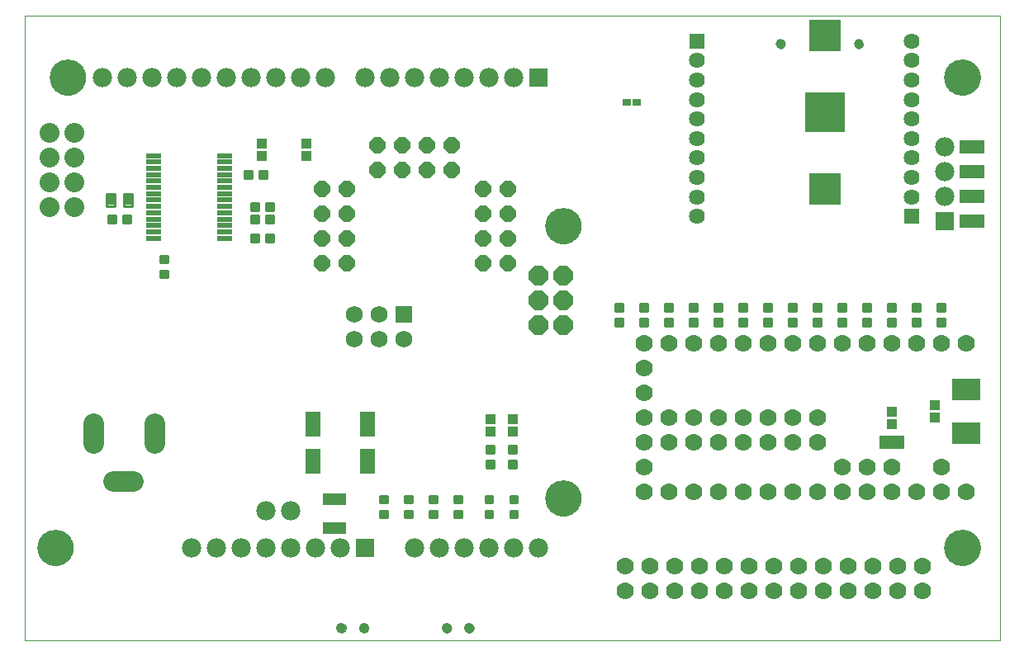
<source format=gbs>
G75*
G70*
%OFA0B0*%
%FSLAX24Y24*%
%IPPOS*%
%LPD*%
%AMOC8*
5,1,8,0,0,1.08239X$1,22.5*
%
%ADD10C,0.0000*%
%ADD11C,0.1457*%
%ADD12C,0.0780*%
%ADD13R,0.0780X0.0780*%
%ADD14OC8,0.0780*%
%ADD15C,0.0098*%
%ADD16R,0.1600X0.1600*%
%ADD17R,0.1290X0.1290*%
%ADD18R,0.0440X0.0390*%
%ADD19C,0.0700*%
%ADD20R,0.1040X0.0540*%
%ADD21OC8,0.0640*%
%ADD22R,0.0360X0.0280*%
%ADD23C,0.0800*%
%ADD24C,0.0840*%
%ADD25R,0.0640X0.0640*%
%ADD26C,0.0640*%
%ADD27C,0.0390*%
%ADD28R,0.1120X0.0890*%
%ADD29C,0.0414*%
%ADD30R,0.0640X0.1040*%
%ADD31R,0.0940X0.0490*%
%ADD32R,0.0631X0.0197*%
%ADD33R,0.0690X0.0690*%
%ADD34C,0.0690*%
%ADD35C,0.0110*%
D10*
X005510Y005143D02*
X005510Y030393D01*
X005510Y030389D02*
X044880Y030389D01*
X044880Y005143D01*
X005510Y005143D01*
X006051Y008893D02*
X006053Y008946D01*
X006059Y008999D01*
X006069Y009051D01*
X006082Y009102D01*
X006100Y009152D01*
X006121Y009201D01*
X006146Y009248D01*
X006174Y009292D01*
X006206Y009335D01*
X006240Y009375D01*
X006278Y009413D01*
X006318Y009447D01*
X006361Y009479D01*
X006406Y009507D01*
X006452Y009532D01*
X006501Y009553D01*
X006551Y009571D01*
X006602Y009584D01*
X006654Y009594D01*
X006707Y009600D01*
X006760Y009602D01*
X006813Y009600D01*
X006866Y009594D01*
X006918Y009584D01*
X006969Y009571D01*
X007019Y009553D01*
X007068Y009532D01*
X007115Y009507D01*
X007159Y009479D01*
X007202Y009447D01*
X007242Y009413D01*
X007280Y009375D01*
X007314Y009335D01*
X007346Y009292D01*
X007374Y009247D01*
X007399Y009201D01*
X007420Y009152D01*
X007438Y009102D01*
X007451Y009051D01*
X007461Y008999D01*
X007467Y008946D01*
X007469Y008893D01*
X007467Y008840D01*
X007461Y008787D01*
X007451Y008735D01*
X007438Y008684D01*
X007420Y008634D01*
X007399Y008585D01*
X007374Y008538D01*
X007346Y008494D01*
X007314Y008451D01*
X007280Y008411D01*
X007242Y008373D01*
X007202Y008339D01*
X007159Y008307D01*
X007114Y008279D01*
X007068Y008254D01*
X007019Y008233D01*
X006969Y008215D01*
X006918Y008202D01*
X006866Y008192D01*
X006813Y008186D01*
X006760Y008184D01*
X006707Y008186D01*
X006654Y008192D01*
X006602Y008202D01*
X006551Y008215D01*
X006501Y008233D01*
X006452Y008254D01*
X006405Y008279D01*
X006361Y008307D01*
X006318Y008339D01*
X006278Y008373D01*
X006240Y008411D01*
X006206Y008451D01*
X006174Y008494D01*
X006146Y008539D01*
X006121Y008585D01*
X006100Y008634D01*
X006082Y008684D01*
X006069Y008735D01*
X006059Y008787D01*
X006053Y008840D01*
X006051Y008893D01*
X018120Y005643D02*
X018122Y005670D01*
X018128Y005696D01*
X018137Y005721D01*
X018150Y005744D01*
X018166Y005765D01*
X018185Y005784D01*
X018206Y005800D01*
X018229Y005813D01*
X018254Y005822D01*
X018280Y005828D01*
X018307Y005830D01*
X018334Y005828D01*
X018360Y005822D01*
X018385Y005813D01*
X018408Y005800D01*
X018429Y005784D01*
X018448Y005765D01*
X018464Y005744D01*
X018477Y005721D01*
X018486Y005696D01*
X018492Y005670D01*
X018494Y005643D01*
X018492Y005616D01*
X018486Y005590D01*
X018477Y005565D01*
X018464Y005542D01*
X018448Y005521D01*
X018429Y005502D01*
X018408Y005486D01*
X018385Y005473D01*
X018360Y005464D01*
X018334Y005458D01*
X018307Y005456D01*
X018280Y005458D01*
X018254Y005464D01*
X018229Y005473D01*
X018206Y005486D01*
X018185Y005502D01*
X018166Y005521D01*
X018150Y005542D01*
X018137Y005565D01*
X018128Y005590D01*
X018122Y005616D01*
X018120Y005643D01*
X019025Y005643D02*
X019027Y005670D01*
X019033Y005696D01*
X019042Y005721D01*
X019055Y005744D01*
X019071Y005765D01*
X019090Y005784D01*
X019111Y005800D01*
X019134Y005813D01*
X019159Y005822D01*
X019185Y005828D01*
X019212Y005830D01*
X019239Y005828D01*
X019265Y005822D01*
X019290Y005813D01*
X019313Y005800D01*
X019334Y005784D01*
X019353Y005765D01*
X019369Y005744D01*
X019382Y005721D01*
X019391Y005696D01*
X019397Y005670D01*
X019399Y005643D01*
X019397Y005616D01*
X019391Y005590D01*
X019382Y005565D01*
X019369Y005542D01*
X019353Y005521D01*
X019334Y005502D01*
X019313Y005486D01*
X019290Y005473D01*
X019265Y005464D01*
X019239Y005458D01*
X019212Y005456D01*
X019185Y005458D01*
X019159Y005464D01*
X019134Y005473D01*
X019111Y005486D01*
X019090Y005502D01*
X019071Y005521D01*
X019055Y005542D01*
X019042Y005565D01*
X019033Y005590D01*
X019027Y005616D01*
X019025Y005643D01*
X022370Y005643D02*
X022372Y005670D01*
X022378Y005696D01*
X022387Y005721D01*
X022400Y005744D01*
X022416Y005765D01*
X022435Y005784D01*
X022456Y005800D01*
X022479Y005813D01*
X022504Y005822D01*
X022530Y005828D01*
X022557Y005830D01*
X022584Y005828D01*
X022610Y005822D01*
X022635Y005813D01*
X022658Y005800D01*
X022679Y005784D01*
X022698Y005765D01*
X022714Y005744D01*
X022727Y005721D01*
X022736Y005696D01*
X022742Y005670D01*
X022744Y005643D01*
X022742Y005616D01*
X022736Y005590D01*
X022727Y005565D01*
X022714Y005542D01*
X022698Y005521D01*
X022679Y005502D01*
X022658Y005486D01*
X022635Y005473D01*
X022610Y005464D01*
X022584Y005458D01*
X022557Y005456D01*
X022530Y005458D01*
X022504Y005464D01*
X022479Y005473D01*
X022456Y005486D01*
X022435Y005502D01*
X022416Y005521D01*
X022400Y005542D01*
X022387Y005565D01*
X022378Y005590D01*
X022372Y005616D01*
X022370Y005643D01*
X023275Y005643D02*
X023277Y005670D01*
X023283Y005696D01*
X023292Y005721D01*
X023305Y005744D01*
X023321Y005765D01*
X023340Y005784D01*
X023361Y005800D01*
X023384Y005813D01*
X023409Y005822D01*
X023435Y005828D01*
X023462Y005830D01*
X023489Y005828D01*
X023515Y005822D01*
X023540Y005813D01*
X023563Y005800D01*
X023584Y005784D01*
X023603Y005765D01*
X023619Y005744D01*
X023632Y005721D01*
X023641Y005696D01*
X023647Y005670D01*
X023649Y005643D01*
X023647Y005616D01*
X023641Y005590D01*
X023632Y005565D01*
X023619Y005542D01*
X023603Y005521D01*
X023584Y005502D01*
X023563Y005486D01*
X023540Y005473D01*
X023515Y005464D01*
X023489Y005458D01*
X023462Y005456D01*
X023435Y005458D01*
X023409Y005464D01*
X023384Y005473D01*
X023361Y005486D01*
X023340Y005502D01*
X023321Y005521D01*
X023305Y005542D01*
X023292Y005565D01*
X023283Y005590D01*
X023277Y005616D01*
X023275Y005643D01*
X026551Y010893D02*
X026553Y010946D01*
X026559Y010999D01*
X026569Y011051D01*
X026582Y011102D01*
X026600Y011152D01*
X026621Y011201D01*
X026646Y011248D01*
X026674Y011292D01*
X026706Y011335D01*
X026740Y011375D01*
X026778Y011413D01*
X026818Y011447D01*
X026861Y011479D01*
X026906Y011507D01*
X026952Y011532D01*
X027001Y011553D01*
X027051Y011571D01*
X027102Y011584D01*
X027154Y011594D01*
X027207Y011600D01*
X027260Y011602D01*
X027313Y011600D01*
X027366Y011594D01*
X027418Y011584D01*
X027469Y011571D01*
X027519Y011553D01*
X027568Y011532D01*
X027615Y011507D01*
X027659Y011479D01*
X027702Y011447D01*
X027742Y011413D01*
X027780Y011375D01*
X027814Y011335D01*
X027846Y011292D01*
X027874Y011247D01*
X027899Y011201D01*
X027920Y011152D01*
X027938Y011102D01*
X027951Y011051D01*
X027961Y010999D01*
X027967Y010946D01*
X027969Y010893D01*
X027967Y010840D01*
X027961Y010787D01*
X027951Y010735D01*
X027938Y010684D01*
X027920Y010634D01*
X027899Y010585D01*
X027874Y010538D01*
X027846Y010494D01*
X027814Y010451D01*
X027780Y010411D01*
X027742Y010373D01*
X027702Y010339D01*
X027659Y010307D01*
X027614Y010279D01*
X027568Y010254D01*
X027519Y010233D01*
X027469Y010215D01*
X027418Y010202D01*
X027366Y010192D01*
X027313Y010186D01*
X027260Y010184D01*
X027207Y010186D01*
X027154Y010192D01*
X027102Y010202D01*
X027051Y010215D01*
X027001Y010233D01*
X026952Y010254D01*
X026905Y010279D01*
X026861Y010307D01*
X026818Y010339D01*
X026778Y010373D01*
X026740Y010411D01*
X026706Y010451D01*
X026674Y010494D01*
X026646Y010539D01*
X026621Y010585D01*
X026600Y010634D01*
X026582Y010684D01*
X026569Y010735D01*
X026559Y010787D01*
X026553Y010840D01*
X026551Y010893D01*
X026551Y021893D02*
X026553Y021946D01*
X026559Y021999D01*
X026569Y022051D01*
X026582Y022102D01*
X026600Y022152D01*
X026621Y022201D01*
X026646Y022248D01*
X026674Y022292D01*
X026706Y022335D01*
X026740Y022375D01*
X026778Y022413D01*
X026818Y022447D01*
X026861Y022479D01*
X026906Y022507D01*
X026952Y022532D01*
X027001Y022553D01*
X027051Y022571D01*
X027102Y022584D01*
X027154Y022594D01*
X027207Y022600D01*
X027260Y022602D01*
X027313Y022600D01*
X027366Y022594D01*
X027418Y022584D01*
X027469Y022571D01*
X027519Y022553D01*
X027568Y022532D01*
X027615Y022507D01*
X027659Y022479D01*
X027702Y022447D01*
X027742Y022413D01*
X027780Y022375D01*
X027814Y022335D01*
X027846Y022292D01*
X027874Y022247D01*
X027899Y022201D01*
X027920Y022152D01*
X027938Y022102D01*
X027951Y022051D01*
X027961Y021999D01*
X027967Y021946D01*
X027969Y021893D01*
X027967Y021840D01*
X027961Y021787D01*
X027951Y021735D01*
X027938Y021684D01*
X027920Y021634D01*
X027899Y021585D01*
X027874Y021538D01*
X027846Y021494D01*
X027814Y021451D01*
X027780Y021411D01*
X027742Y021373D01*
X027702Y021339D01*
X027659Y021307D01*
X027614Y021279D01*
X027568Y021254D01*
X027519Y021233D01*
X027469Y021215D01*
X027418Y021202D01*
X027366Y021192D01*
X027313Y021186D01*
X027260Y021184D01*
X027207Y021186D01*
X027154Y021192D01*
X027102Y021202D01*
X027051Y021215D01*
X027001Y021233D01*
X026952Y021254D01*
X026905Y021279D01*
X026861Y021307D01*
X026818Y021339D01*
X026778Y021373D01*
X026740Y021411D01*
X026706Y021451D01*
X026674Y021494D01*
X026646Y021539D01*
X026621Y021585D01*
X026600Y021634D01*
X026582Y021684D01*
X026569Y021735D01*
X026559Y021787D01*
X026553Y021840D01*
X026551Y021893D01*
X035859Y029235D02*
X035861Y029261D01*
X035867Y029287D01*
X035876Y029311D01*
X035889Y029334D01*
X035906Y029354D01*
X035925Y029372D01*
X035947Y029387D01*
X035970Y029398D01*
X035995Y029406D01*
X036021Y029410D01*
X036047Y029410D01*
X036073Y029406D01*
X036098Y029398D01*
X036122Y029387D01*
X036143Y029372D01*
X036162Y029354D01*
X036179Y029334D01*
X036192Y029311D01*
X036201Y029287D01*
X036207Y029261D01*
X036209Y029235D01*
X036207Y029209D01*
X036201Y029183D01*
X036192Y029159D01*
X036179Y029136D01*
X036162Y029116D01*
X036143Y029098D01*
X036121Y029083D01*
X036098Y029072D01*
X036073Y029064D01*
X036047Y029060D01*
X036021Y029060D01*
X035995Y029064D01*
X035970Y029072D01*
X035946Y029083D01*
X035925Y029098D01*
X035906Y029116D01*
X035889Y029136D01*
X035876Y029159D01*
X035867Y029183D01*
X035861Y029209D01*
X035859Y029235D01*
X039008Y029235D02*
X039010Y029261D01*
X039016Y029287D01*
X039025Y029311D01*
X039038Y029334D01*
X039055Y029354D01*
X039074Y029372D01*
X039096Y029387D01*
X039119Y029398D01*
X039144Y029406D01*
X039170Y029410D01*
X039196Y029410D01*
X039222Y029406D01*
X039247Y029398D01*
X039271Y029387D01*
X039292Y029372D01*
X039311Y029354D01*
X039328Y029334D01*
X039341Y029311D01*
X039350Y029287D01*
X039356Y029261D01*
X039358Y029235D01*
X039356Y029209D01*
X039350Y029183D01*
X039341Y029159D01*
X039328Y029136D01*
X039311Y029116D01*
X039292Y029098D01*
X039270Y029083D01*
X039247Y029072D01*
X039222Y029064D01*
X039196Y029060D01*
X039170Y029060D01*
X039144Y029064D01*
X039119Y029072D01*
X039095Y029083D01*
X039074Y029098D01*
X039055Y029116D01*
X039038Y029136D01*
X039025Y029159D01*
X039016Y029183D01*
X039010Y029209D01*
X039008Y029235D01*
X042665Y027893D02*
X042667Y027946D01*
X042673Y027999D01*
X042683Y028051D01*
X042696Y028102D01*
X042714Y028152D01*
X042735Y028201D01*
X042760Y028248D01*
X042788Y028292D01*
X042820Y028335D01*
X042854Y028375D01*
X042892Y028413D01*
X042932Y028447D01*
X042975Y028479D01*
X043020Y028507D01*
X043066Y028532D01*
X043115Y028553D01*
X043165Y028571D01*
X043216Y028584D01*
X043268Y028594D01*
X043321Y028600D01*
X043374Y028602D01*
X043427Y028600D01*
X043480Y028594D01*
X043532Y028584D01*
X043583Y028571D01*
X043633Y028553D01*
X043682Y028532D01*
X043729Y028507D01*
X043773Y028479D01*
X043816Y028447D01*
X043856Y028413D01*
X043894Y028375D01*
X043928Y028335D01*
X043960Y028292D01*
X043988Y028247D01*
X044013Y028201D01*
X044034Y028152D01*
X044052Y028102D01*
X044065Y028051D01*
X044075Y027999D01*
X044081Y027946D01*
X044083Y027893D01*
X044081Y027840D01*
X044075Y027787D01*
X044065Y027735D01*
X044052Y027684D01*
X044034Y027634D01*
X044013Y027585D01*
X043988Y027538D01*
X043960Y027494D01*
X043928Y027451D01*
X043894Y027411D01*
X043856Y027373D01*
X043816Y027339D01*
X043773Y027307D01*
X043728Y027279D01*
X043682Y027254D01*
X043633Y027233D01*
X043583Y027215D01*
X043532Y027202D01*
X043480Y027192D01*
X043427Y027186D01*
X043374Y027184D01*
X043321Y027186D01*
X043268Y027192D01*
X043216Y027202D01*
X043165Y027215D01*
X043115Y027233D01*
X043066Y027254D01*
X043019Y027279D01*
X042975Y027307D01*
X042932Y027339D01*
X042892Y027373D01*
X042854Y027411D01*
X042820Y027451D01*
X042788Y027494D01*
X042760Y027539D01*
X042735Y027585D01*
X042714Y027634D01*
X042696Y027684D01*
X042683Y027735D01*
X042673Y027787D01*
X042667Y027840D01*
X042665Y027893D01*
X042665Y008893D02*
X042667Y008946D01*
X042673Y008999D01*
X042683Y009051D01*
X042696Y009102D01*
X042714Y009152D01*
X042735Y009201D01*
X042760Y009248D01*
X042788Y009292D01*
X042820Y009335D01*
X042854Y009375D01*
X042892Y009413D01*
X042932Y009447D01*
X042975Y009479D01*
X043020Y009507D01*
X043066Y009532D01*
X043115Y009553D01*
X043165Y009571D01*
X043216Y009584D01*
X043268Y009594D01*
X043321Y009600D01*
X043374Y009602D01*
X043427Y009600D01*
X043480Y009594D01*
X043532Y009584D01*
X043583Y009571D01*
X043633Y009553D01*
X043682Y009532D01*
X043729Y009507D01*
X043773Y009479D01*
X043816Y009447D01*
X043856Y009413D01*
X043894Y009375D01*
X043928Y009335D01*
X043960Y009292D01*
X043988Y009247D01*
X044013Y009201D01*
X044034Y009152D01*
X044052Y009102D01*
X044065Y009051D01*
X044075Y008999D01*
X044081Y008946D01*
X044083Y008893D01*
X044081Y008840D01*
X044075Y008787D01*
X044065Y008735D01*
X044052Y008684D01*
X044034Y008634D01*
X044013Y008585D01*
X043988Y008538D01*
X043960Y008494D01*
X043928Y008451D01*
X043894Y008411D01*
X043856Y008373D01*
X043816Y008339D01*
X043773Y008307D01*
X043728Y008279D01*
X043682Y008254D01*
X043633Y008233D01*
X043583Y008215D01*
X043532Y008202D01*
X043480Y008192D01*
X043427Y008186D01*
X043374Y008184D01*
X043321Y008186D01*
X043268Y008192D01*
X043216Y008202D01*
X043165Y008215D01*
X043115Y008233D01*
X043066Y008254D01*
X043019Y008279D01*
X042975Y008307D01*
X042932Y008339D01*
X042892Y008373D01*
X042854Y008411D01*
X042820Y008451D01*
X042788Y008494D01*
X042760Y008539D01*
X042735Y008585D01*
X042714Y008634D01*
X042696Y008684D01*
X042683Y008735D01*
X042673Y008787D01*
X042667Y008840D01*
X042665Y008893D01*
X006551Y027893D02*
X006553Y027946D01*
X006559Y027999D01*
X006569Y028051D01*
X006582Y028102D01*
X006600Y028152D01*
X006621Y028201D01*
X006646Y028248D01*
X006674Y028292D01*
X006706Y028335D01*
X006740Y028375D01*
X006778Y028413D01*
X006818Y028447D01*
X006861Y028479D01*
X006906Y028507D01*
X006952Y028532D01*
X007001Y028553D01*
X007051Y028571D01*
X007102Y028584D01*
X007154Y028594D01*
X007207Y028600D01*
X007260Y028602D01*
X007313Y028600D01*
X007366Y028594D01*
X007418Y028584D01*
X007469Y028571D01*
X007519Y028553D01*
X007568Y028532D01*
X007615Y028507D01*
X007659Y028479D01*
X007702Y028447D01*
X007742Y028413D01*
X007780Y028375D01*
X007814Y028335D01*
X007846Y028292D01*
X007874Y028247D01*
X007899Y028201D01*
X007920Y028152D01*
X007938Y028102D01*
X007951Y028051D01*
X007961Y027999D01*
X007967Y027946D01*
X007969Y027893D01*
X007967Y027840D01*
X007961Y027787D01*
X007951Y027735D01*
X007938Y027684D01*
X007920Y027634D01*
X007899Y027585D01*
X007874Y027538D01*
X007846Y027494D01*
X007814Y027451D01*
X007780Y027411D01*
X007742Y027373D01*
X007702Y027339D01*
X007659Y027307D01*
X007614Y027279D01*
X007568Y027254D01*
X007519Y027233D01*
X007469Y027215D01*
X007418Y027202D01*
X007366Y027192D01*
X007313Y027186D01*
X007260Y027184D01*
X007207Y027186D01*
X007154Y027192D01*
X007102Y027202D01*
X007051Y027215D01*
X007001Y027233D01*
X006952Y027254D01*
X006905Y027279D01*
X006861Y027307D01*
X006818Y027339D01*
X006778Y027373D01*
X006740Y027411D01*
X006706Y027451D01*
X006674Y027494D01*
X006646Y027539D01*
X006621Y027585D01*
X006600Y027634D01*
X006582Y027684D01*
X006569Y027735D01*
X006559Y027787D01*
X006553Y027840D01*
X006551Y027893D01*
D11*
X007260Y027893D03*
X027260Y021893D03*
X027260Y010893D03*
X043374Y008893D03*
X043374Y027893D03*
X006760Y008893D03*
D12*
X012260Y008893D03*
X013260Y008893D03*
X014260Y008893D03*
X015260Y008893D03*
X016260Y008893D03*
X017260Y008893D03*
X018260Y008893D03*
X016260Y010393D03*
X015260Y010393D03*
X021260Y008893D03*
X022260Y008893D03*
X023260Y008893D03*
X024260Y008893D03*
X025260Y008893D03*
X026260Y008893D03*
X042670Y023063D03*
X042670Y024063D03*
X042670Y025063D03*
X025260Y027893D03*
X024260Y027893D03*
X023260Y027893D03*
X022260Y027893D03*
X021260Y027893D03*
X020260Y027893D03*
X019260Y027893D03*
X017660Y027893D03*
X016660Y027893D03*
X015660Y027893D03*
X014660Y027893D03*
X013660Y027893D03*
X012660Y027893D03*
X011660Y027893D03*
X010660Y027893D03*
X009660Y027893D03*
X008660Y027893D03*
D13*
X026260Y027893D03*
X042670Y022063D03*
X019260Y008893D03*
D14*
X026260Y017893D03*
X027260Y017893D03*
X027260Y018893D03*
X026260Y018893D03*
X026260Y019893D03*
X027260Y019893D03*
D15*
X029656Y018739D02*
X029656Y018447D01*
X029364Y018447D01*
X029364Y018739D01*
X029656Y018739D01*
X029656Y018544D02*
X029364Y018544D01*
X029364Y018641D02*
X029656Y018641D01*
X029656Y018738D02*
X029364Y018738D01*
X030656Y018739D02*
X030656Y018447D01*
X030364Y018447D01*
X030364Y018739D01*
X030656Y018739D01*
X030656Y018544D02*
X030364Y018544D01*
X030364Y018641D02*
X030656Y018641D01*
X030656Y018738D02*
X030364Y018738D01*
X030656Y018139D02*
X030656Y017847D01*
X030364Y017847D01*
X030364Y018139D01*
X030656Y018139D01*
X030656Y017944D02*
X030364Y017944D01*
X030364Y018041D02*
X030656Y018041D01*
X030656Y018138D02*
X030364Y018138D01*
X029656Y018139D02*
X029656Y017847D01*
X029364Y017847D01*
X029364Y018139D01*
X029656Y018139D01*
X029656Y017944D02*
X029364Y017944D01*
X029364Y018041D02*
X029656Y018041D01*
X029656Y018138D02*
X029364Y018138D01*
X031656Y018139D02*
X031656Y017847D01*
X031364Y017847D01*
X031364Y018139D01*
X031656Y018139D01*
X031656Y017944D02*
X031364Y017944D01*
X031364Y018041D02*
X031656Y018041D01*
X031656Y018138D02*
X031364Y018138D01*
X031656Y018447D02*
X031656Y018739D01*
X031656Y018447D02*
X031364Y018447D01*
X031364Y018739D01*
X031656Y018739D01*
X031656Y018544D02*
X031364Y018544D01*
X031364Y018641D02*
X031656Y018641D01*
X031656Y018738D02*
X031364Y018738D01*
X032656Y018739D02*
X032656Y018447D01*
X032364Y018447D01*
X032364Y018739D01*
X032656Y018739D01*
X032656Y018544D02*
X032364Y018544D01*
X032364Y018641D02*
X032656Y018641D01*
X032656Y018738D02*
X032364Y018738D01*
X032656Y018139D02*
X032656Y017847D01*
X032364Y017847D01*
X032364Y018139D01*
X032656Y018139D01*
X032656Y017944D02*
X032364Y017944D01*
X032364Y018041D02*
X032656Y018041D01*
X032656Y018138D02*
X032364Y018138D01*
X033656Y018139D02*
X033656Y017847D01*
X033364Y017847D01*
X033364Y018139D01*
X033656Y018139D01*
X033656Y017944D02*
X033364Y017944D01*
X033364Y018041D02*
X033656Y018041D01*
X033656Y018138D02*
X033364Y018138D01*
X033656Y018447D02*
X033656Y018739D01*
X033656Y018447D02*
X033364Y018447D01*
X033364Y018739D01*
X033656Y018739D01*
X033656Y018544D02*
X033364Y018544D01*
X033364Y018641D02*
X033656Y018641D01*
X033656Y018738D02*
X033364Y018738D01*
X034656Y018739D02*
X034656Y018447D01*
X034364Y018447D01*
X034364Y018739D01*
X034656Y018739D01*
X034656Y018544D02*
X034364Y018544D01*
X034364Y018641D02*
X034656Y018641D01*
X034656Y018738D02*
X034364Y018738D01*
X035656Y018739D02*
X035656Y018447D01*
X035364Y018447D01*
X035364Y018739D01*
X035656Y018739D01*
X035656Y018544D02*
X035364Y018544D01*
X035364Y018641D02*
X035656Y018641D01*
X035656Y018738D02*
X035364Y018738D01*
X035656Y018139D02*
X035656Y017847D01*
X035364Y017847D01*
X035364Y018139D01*
X035656Y018139D01*
X035656Y017944D02*
X035364Y017944D01*
X035364Y018041D02*
X035656Y018041D01*
X035656Y018138D02*
X035364Y018138D01*
X034656Y018139D02*
X034656Y017847D01*
X034364Y017847D01*
X034364Y018139D01*
X034656Y018139D01*
X034656Y017944D02*
X034364Y017944D01*
X034364Y018041D02*
X034656Y018041D01*
X034656Y018138D02*
X034364Y018138D01*
X036656Y018139D02*
X036656Y017847D01*
X036364Y017847D01*
X036364Y018139D01*
X036656Y018139D01*
X036656Y017944D02*
X036364Y017944D01*
X036364Y018041D02*
X036656Y018041D01*
X036656Y018138D02*
X036364Y018138D01*
X036656Y018447D02*
X036656Y018739D01*
X036656Y018447D02*
X036364Y018447D01*
X036364Y018739D01*
X036656Y018739D01*
X036656Y018544D02*
X036364Y018544D01*
X036364Y018641D02*
X036656Y018641D01*
X036656Y018738D02*
X036364Y018738D01*
X037656Y018739D02*
X037656Y018447D01*
X037364Y018447D01*
X037364Y018739D01*
X037656Y018739D01*
X037656Y018544D02*
X037364Y018544D01*
X037364Y018641D02*
X037656Y018641D01*
X037656Y018738D02*
X037364Y018738D01*
X038656Y018739D02*
X038656Y018447D01*
X038364Y018447D01*
X038364Y018739D01*
X038656Y018739D01*
X038656Y018544D02*
X038364Y018544D01*
X038364Y018641D02*
X038656Y018641D01*
X038656Y018738D02*
X038364Y018738D01*
X039656Y018739D02*
X039656Y018447D01*
X039364Y018447D01*
X039364Y018739D01*
X039656Y018739D01*
X039656Y018544D02*
X039364Y018544D01*
X039364Y018641D02*
X039656Y018641D01*
X039656Y018738D02*
X039364Y018738D01*
X039656Y018139D02*
X039656Y017847D01*
X039364Y017847D01*
X039364Y018139D01*
X039656Y018139D01*
X039656Y017944D02*
X039364Y017944D01*
X039364Y018041D02*
X039656Y018041D01*
X039656Y018138D02*
X039364Y018138D01*
X038656Y018139D02*
X038656Y017847D01*
X038364Y017847D01*
X038364Y018139D01*
X038656Y018139D01*
X038656Y017944D02*
X038364Y017944D01*
X038364Y018041D02*
X038656Y018041D01*
X038656Y018138D02*
X038364Y018138D01*
X037656Y018139D02*
X037656Y017847D01*
X037364Y017847D01*
X037364Y018139D01*
X037656Y018139D01*
X037656Y017944D02*
X037364Y017944D01*
X037364Y018041D02*
X037656Y018041D01*
X037656Y018138D02*
X037364Y018138D01*
X040656Y018139D02*
X040656Y017847D01*
X040364Y017847D01*
X040364Y018139D01*
X040656Y018139D01*
X040656Y017944D02*
X040364Y017944D01*
X040364Y018041D02*
X040656Y018041D01*
X040656Y018138D02*
X040364Y018138D01*
X040656Y018447D02*
X040656Y018739D01*
X040656Y018447D02*
X040364Y018447D01*
X040364Y018739D01*
X040656Y018739D01*
X040656Y018544D02*
X040364Y018544D01*
X040364Y018641D02*
X040656Y018641D01*
X040656Y018738D02*
X040364Y018738D01*
X041656Y018739D02*
X041656Y018447D01*
X041364Y018447D01*
X041364Y018739D01*
X041656Y018739D01*
X041656Y018544D02*
X041364Y018544D01*
X041364Y018641D02*
X041656Y018641D01*
X041656Y018738D02*
X041364Y018738D01*
X041656Y018139D02*
X041656Y017847D01*
X041364Y017847D01*
X041364Y018139D01*
X041656Y018139D01*
X041656Y017944D02*
X041364Y017944D01*
X041364Y018041D02*
X041656Y018041D01*
X041656Y018138D02*
X041364Y018138D01*
X042656Y018139D02*
X042656Y017847D01*
X042364Y017847D01*
X042364Y018139D01*
X042656Y018139D01*
X042656Y017944D02*
X042364Y017944D01*
X042364Y018041D02*
X042656Y018041D01*
X042656Y018138D02*
X042364Y018138D01*
X042656Y018447D02*
X042656Y018739D01*
X042656Y018447D02*
X042364Y018447D01*
X042364Y018739D01*
X042656Y018739D01*
X042656Y018544D02*
X042364Y018544D01*
X042364Y018641D02*
X042656Y018641D01*
X042656Y018738D02*
X042364Y018738D01*
X025360Y013011D02*
X025360Y012719D01*
X025068Y012719D01*
X025068Y013011D01*
X025360Y013011D01*
X025360Y012816D02*
X025068Y012816D01*
X025068Y012913D02*
X025360Y012913D01*
X025360Y013010D02*
X025068Y013010D01*
X024465Y013011D02*
X024465Y012719D01*
X024173Y012719D01*
X024173Y013011D01*
X024465Y013011D01*
X024465Y012816D02*
X024173Y012816D01*
X024173Y012913D02*
X024465Y012913D01*
X024465Y013010D02*
X024173Y013010D01*
X024465Y012411D02*
X024465Y012119D01*
X024173Y012119D01*
X024173Y012411D01*
X024465Y012411D01*
X024465Y012216D02*
X024173Y012216D01*
X024173Y012313D02*
X024465Y012313D01*
X024465Y012410D02*
X024173Y012410D01*
X025360Y012411D02*
X025360Y012119D01*
X025068Y012119D01*
X025068Y012411D01*
X025360Y012411D01*
X025360Y012216D02*
X025068Y012216D01*
X025068Y012313D02*
X025360Y012313D01*
X025360Y012410D02*
X025068Y012410D01*
X025406Y010989D02*
X025406Y010697D01*
X025114Y010697D01*
X025114Y010989D01*
X025406Y010989D01*
X025406Y010794D02*
X025114Y010794D01*
X025114Y010891D02*
X025406Y010891D01*
X025406Y010988D02*
X025114Y010988D01*
X025406Y010389D02*
X025406Y010097D01*
X025114Y010097D01*
X025114Y010389D01*
X025406Y010389D01*
X025406Y010194D02*
X025114Y010194D01*
X025114Y010291D02*
X025406Y010291D01*
X025406Y010388D02*
X025114Y010388D01*
X024406Y010389D02*
X024406Y010097D01*
X024114Y010097D01*
X024114Y010389D01*
X024406Y010389D01*
X024406Y010194D02*
X024114Y010194D01*
X024114Y010291D02*
X024406Y010291D01*
X024406Y010388D02*
X024114Y010388D01*
X024406Y010697D02*
X024406Y010989D01*
X024406Y010697D02*
X024114Y010697D01*
X024114Y010989D01*
X024406Y010989D01*
X024406Y010794D02*
X024114Y010794D01*
X024114Y010891D02*
X024406Y010891D01*
X024406Y010988D02*
X024114Y010988D01*
X023156Y010989D02*
X023156Y010697D01*
X022864Y010697D01*
X022864Y010989D01*
X023156Y010989D01*
X023156Y010794D02*
X022864Y010794D01*
X022864Y010891D02*
X023156Y010891D01*
X023156Y010988D02*
X022864Y010988D01*
X023156Y010389D02*
X023156Y010097D01*
X022864Y010097D01*
X022864Y010389D01*
X023156Y010389D01*
X023156Y010194D02*
X022864Y010194D01*
X022864Y010291D02*
X023156Y010291D01*
X023156Y010388D02*
X022864Y010388D01*
X022156Y010389D02*
X022156Y010097D01*
X021864Y010097D01*
X021864Y010389D01*
X022156Y010389D01*
X022156Y010194D02*
X021864Y010194D01*
X021864Y010291D02*
X022156Y010291D01*
X022156Y010388D02*
X021864Y010388D01*
X022156Y010697D02*
X022156Y010989D01*
X022156Y010697D02*
X021864Y010697D01*
X021864Y010989D01*
X022156Y010989D01*
X022156Y010794D02*
X021864Y010794D01*
X021864Y010891D02*
X022156Y010891D01*
X022156Y010988D02*
X021864Y010988D01*
X021156Y010989D02*
X021156Y010697D01*
X020864Y010697D01*
X020864Y010989D01*
X021156Y010989D01*
X021156Y010794D02*
X020864Y010794D01*
X020864Y010891D02*
X021156Y010891D01*
X021156Y010988D02*
X020864Y010988D01*
X021156Y010389D02*
X021156Y010097D01*
X020864Y010097D01*
X020864Y010389D01*
X021156Y010389D01*
X021156Y010194D02*
X020864Y010194D01*
X020864Y010291D02*
X021156Y010291D01*
X021156Y010388D02*
X020864Y010388D01*
X020156Y010389D02*
X020156Y010097D01*
X019864Y010097D01*
X019864Y010389D01*
X020156Y010389D01*
X020156Y010194D02*
X019864Y010194D01*
X019864Y010291D02*
X020156Y010291D01*
X020156Y010388D02*
X019864Y010388D01*
X020156Y010697D02*
X020156Y010989D01*
X020156Y010697D02*
X019864Y010697D01*
X019864Y010989D01*
X020156Y010989D01*
X020156Y010794D02*
X019864Y010794D01*
X019864Y010891D02*
X020156Y010891D01*
X020156Y010988D02*
X019864Y010988D01*
X010993Y019796D02*
X010993Y020088D01*
X011285Y020088D01*
X011285Y019796D01*
X010993Y019796D01*
X010993Y019893D02*
X011285Y019893D01*
X011285Y019990D02*
X010993Y019990D01*
X010993Y020087D02*
X011285Y020087D01*
X010993Y020396D02*
X010993Y020688D01*
X011285Y020688D01*
X011285Y020396D01*
X010993Y020396D01*
X010993Y020493D02*
X011285Y020493D01*
X011285Y020590D02*
X010993Y020590D01*
X010993Y020687D02*
X011285Y020687D01*
X009794Y022307D02*
X009502Y022307D01*
X009794Y022307D02*
X009794Y022015D01*
X009502Y022015D01*
X009502Y022307D01*
X009502Y022112D02*
X009794Y022112D01*
X009794Y022209D02*
X009502Y022209D01*
X009502Y022306D02*
X009794Y022306D01*
X009194Y022307D02*
X008902Y022307D01*
X009194Y022307D02*
X009194Y022015D01*
X008902Y022015D01*
X008902Y022307D01*
X008902Y022112D02*
X009194Y022112D01*
X009194Y022209D02*
X008902Y022209D01*
X008902Y022306D02*
X009194Y022306D01*
X014404Y023806D02*
X014696Y023806D01*
X014404Y023806D02*
X014404Y024098D01*
X014696Y024098D01*
X014696Y023806D01*
X014696Y023903D02*
X014404Y023903D01*
X014404Y024000D02*
X014696Y024000D01*
X014696Y024097D02*
X014404Y024097D01*
X015004Y023806D02*
X015296Y023806D01*
X015004Y023806D02*
X015004Y024098D01*
X015296Y024098D01*
X015296Y023806D01*
X015296Y023903D02*
X015004Y023903D01*
X015004Y024000D02*
X015296Y024000D01*
X015296Y024097D02*
X015004Y024097D01*
X014952Y022527D02*
X014660Y022527D01*
X014660Y022819D01*
X014952Y022819D01*
X014952Y022527D01*
X014952Y022624D02*
X014660Y022624D01*
X014660Y022721D02*
X014952Y022721D01*
X014952Y022818D02*
X014660Y022818D01*
X014660Y022015D02*
X014952Y022015D01*
X014660Y022015D02*
X014660Y022307D01*
X014952Y022307D01*
X014952Y022015D01*
X014952Y022112D02*
X014660Y022112D01*
X014660Y022209D02*
X014952Y022209D01*
X014952Y022306D02*
X014660Y022306D01*
X015260Y022015D02*
X015552Y022015D01*
X015260Y022015D02*
X015260Y022307D01*
X015552Y022307D01*
X015552Y022015D01*
X015552Y022112D02*
X015260Y022112D01*
X015260Y022209D02*
X015552Y022209D01*
X015552Y022306D02*
X015260Y022306D01*
X015260Y022527D02*
X015552Y022527D01*
X015260Y022527D02*
X015260Y022819D01*
X015552Y022819D01*
X015552Y022527D01*
X015552Y022624D02*
X015260Y022624D01*
X015260Y022721D02*
X015552Y022721D01*
X015552Y022818D02*
X015260Y022818D01*
X015260Y021247D02*
X015552Y021247D01*
X015260Y021247D02*
X015260Y021539D01*
X015552Y021539D01*
X015552Y021247D01*
X015552Y021344D02*
X015260Y021344D01*
X015260Y021441D02*
X015552Y021441D01*
X015552Y021538D02*
X015260Y021538D01*
X014952Y021247D02*
X014660Y021247D01*
X014660Y021539D01*
X014952Y021539D01*
X014952Y021247D01*
X014952Y021344D02*
X014660Y021344D01*
X014660Y021441D02*
X014952Y021441D01*
X014952Y021538D02*
X014660Y021538D01*
D16*
X037833Y026467D03*
D17*
X037833Y029567D03*
X037833Y023367D03*
D18*
X040510Y014393D03*
X040510Y013893D03*
X042260Y014143D03*
X042260Y014643D03*
X025214Y014094D03*
X025214Y013594D03*
X024319Y013594D03*
X024319Y014094D03*
X016897Y024726D03*
X016897Y025226D03*
X015106Y025226D03*
X015106Y024726D03*
D19*
X030510Y017143D03*
X031510Y017143D03*
X032510Y017143D03*
X033510Y017143D03*
X034510Y017143D03*
X035510Y017143D03*
X036510Y017143D03*
X037510Y017143D03*
X038510Y017143D03*
X039510Y017143D03*
X040510Y017143D03*
X041510Y017143D03*
X042510Y017143D03*
X043510Y017143D03*
X037510Y014143D03*
X036510Y014143D03*
X036510Y013143D03*
X037510Y013143D03*
X038510Y012143D03*
X039510Y012143D03*
X040510Y012143D03*
X040510Y011143D03*
X041510Y011143D03*
X042510Y011143D03*
X043510Y011143D03*
X042510Y012143D03*
X039510Y011143D03*
X038510Y011143D03*
X037510Y011143D03*
X036510Y011143D03*
X035510Y011143D03*
X034510Y011143D03*
X033510Y011143D03*
X032510Y011143D03*
X031510Y011143D03*
X030510Y011143D03*
X030510Y012143D03*
X030510Y013143D03*
X031510Y013143D03*
X032510Y013143D03*
X033510Y013143D03*
X034510Y013143D03*
X035510Y013143D03*
X035510Y014143D03*
X034510Y014143D03*
X033510Y014143D03*
X032510Y014143D03*
X031510Y014143D03*
X030510Y014143D03*
X030510Y015143D03*
X030510Y016143D03*
X030760Y008143D03*
X031760Y008143D03*
X032760Y008143D03*
X033760Y008143D03*
X034760Y008143D03*
X035760Y008143D03*
X036760Y008143D03*
X037760Y008143D03*
X038760Y008143D03*
X039760Y008143D03*
X040760Y008143D03*
X041760Y008143D03*
X041760Y007143D03*
X040760Y007143D03*
X039760Y007143D03*
X038760Y007143D03*
X037760Y007143D03*
X036760Y007143D03*
X035760Y007143D03*
X034760Y007143D03*
X033760Y007143D03*
X032760Y007143D03*
X031760Y007143D03*
X030760Y007143D03*
X029760Y007143D03*
X029760Y008143D03*
D20*
X040510Y013143D03*
X043770Y022063D03*
X043770Y023063D03*
X043770Y024063D03*
X043770Y025063D03*
D21*
X025010Y023393D03*
X024010Y023393D03*
X024010Y022393D03*
X025010Y022393D03*
X025010Y021393D03*
X024010Y021393D03*
X024010Y020393D03*
X025010Y020393D03*
X022760Y024143D03*
X021760Y024143D03*
X020760Y024143D03*
X020760Y025143D03*
X021760Y025143D03*
X022760Y025143D03*
X019760Y025143D03*
X019760Y024143D03*
X018510Y023393D03*
X018510Y022393D03*
X018510Y021393D03*
X018510Y020393D03*
X017510Y020393D03*
X017510Y021393D03*
X017510Y022393D03*
X017510Y023393D03*
D22*
X029810Y026893D03*
X030210Y026893D03*
D23*
X007510Y025643D03*
X006510Y025643D03*
X006510Y024643D03*
X007510Y024643D03*
X007510Y023643D03*
X006510Y023643D03*
X006510Y022643D03*
X007510Y022643D03*
D24*
X008298Y013923D02*
X008298Y013123D01*
X009098Y011573D02*
X009898Y011573D01*
X010748Y013123D02*
X010748Y013923D01*
D25*
X032675Y029356D03*
X041336Y022269D03*
D26*
X041336Y023057D03*
X041336Y023844D03*
X041336Y024631D03*
X041336Y025419D03*
X041336Y026206D03*
X041336Y026994D03*
X041336Y027781D03*
X041336Y028569D03*
X041336Y029356D03*
X032675Y028569D03*
X032675Y027781D03*
X032675Y026994D03*
X032675Y026206D03*
X032675Y025419D03*
X032675Y024631D03*
X032675Y023844D03*
X032675Y023057D03*
X032675Y022269D03*
D27*
X036034Y029235D03*
X039183Y029235D03*
D28*
X043510Y015263D03*
X043510Y013523D03*
D29*
X023462Y005643D03*
X022557Y005643D03*
X019212Y005643D03*
X018307Y005643D03*
D30*
X019360Y012393D03*
X019360Y013893D03*
X017160Y013893D03*
X017160Y012393D03*
D31*
X018010Y010843D03*
X018010Y009693D03*
D32*
X013590Y021393D03*
X013590Y021649D03*
X013590Y021905D03*
X013590Y022161D03*
X013590Y022417D03*
X013590Y022673D03*
X013590Y022929D03*
X013590Y023185D03*
X013590Y023441D03*
X013590Y023696D03*
X013590Y023952D03*
X013590Y024208D03*
X013590Y024464D03*
X013590Y024720D03*
X010736Y024720D03*
X010736Y024464D03*
X010736Y024208D03*
X010736Y023952D03*
X010736Y023696D03*
X010736Y023441D03*
X010736Y023185D03*
X010736Y022929D03*
X010736Y022673D03*
X010736Y022417D03*
X010736Y022161D03*
X010736Y021905D03*
X010736Y021649D03*
X010736Y021393D03*
D33*
X020840Y018311D03*
D34*
X019840Y018311D03*
X018840Y018311D03*
X018840Y017311D03*
X019840Y017311D03*
X020840Y017311D03*
D35*
X009863Y023169D02*
X009533Y023169D01*
X009863Y023169D02*
X009863Y022689D01*
X009533Y022689D01*
X009533Y023169D01*
X009533Y022798D02*
X009863Y022798D01*
X009863Y022907D02*
X009533Y022907D01*
X009533Y023016D02*
X009863Y023016D01*
X009863Y023125D02*
X009533Y023125D01*
X009163Y023169D02*
X008833Y023169D01*
X009163Y023169D02*
X009163Y022689D01*
X008833Y022689D01*
X008833Y023169D01*
X008833Y022798D02*
X009163Y022798D01*
X009163Y022907D02*
X008833Y022907D01*
X008833Y023016D02*
X009163Y023016D01*
X009163Y023125D02*
X008833Y023125D01*
M02*

</source>
